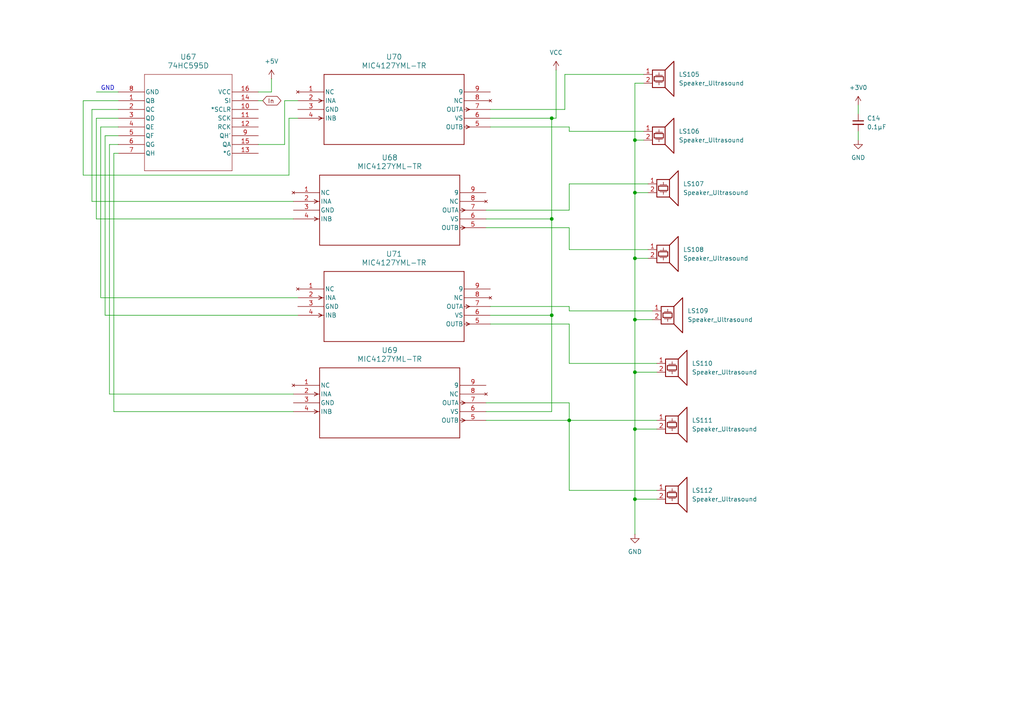
<source format=kicad_sch>
(kicad_sch (version 20250114) (generator "eeschema") (generator_version "9.0")
  (paper "A4")
  (lib_symbols
    (symbol "2025-12-28_09-02-17:MIC4127YML-TR" (pin_names (offset 0.254))
      (property "Reference" "U" (at 27.94 10.16 0))
      (property "Value" "MIC4127YML-TR" (at 27.94 7.62 0))
      (symbol "MIC4127YML-TR_0_1"
        (polyline (pts (xy 7.0993 -2.54) (xy 6.0579 -2.0193)) (stroke (width 0.2032)))
        (polyline (pts (xy 7.0993 -2.54) (xy 6.0579 -3.0607)) (stroke (width 0.2032)))
        (polyline (pts (xy 7.0993 -7.62) (xy 6.0579 -7.0993)) (stroke (width 0.2032)))
        (polyline (pts (xy 7.0993 -7.62) (xy 6.0579 -8.1407)) (stroke (width 0.2032)))
        (polyline (pts (xy 7.62 5.08) (xy 7.62 -15.24)) (stroke (width 0.2032)))
        (polyline (pts (xy 7.62 -15.24) (xy 48.26 -15.24)) (stroke (width 0.2032)))
        (polyline (pts (xy 48.26 5.08) (xy 7.62 5.08)) (stroke (width 0.2032)))
        (polyline (pts (xy 48.26 -15.24) (xy 48.26 5.08)) (stroke (width 0.2032)))
        (polyline (pts (xy 48.7807 -4.5593) (xy 49.8221 -5.08)) (stroke (width 0.2032)))
        (polyline (pts (xy 48.7807 -5.6007) (xy 49.8221 -5.08)) (stroke (width 0.2032)))
        (polyline (pts (xy 48.7807 -9.6393) (xy 49.8221 -10.16)) (stroke (width 0.2032)))
        (polyline (pts (xy 48.7807 -10.6807) (xy 49.8221 -10.16)) (stroke (width 0.2032)))
        (pin no_connect line (at 0 0 0) (length 7.62) (name "NC") (number "1"))
        (pin input line (at 0 -2.54 0) (length 7.62) (name "INA") (number "2"))
        (pin power_in line (at 0 -5.08 0) (length 7.62) (name "GND") (number "3"))
        (pin input line (at 0 -7.62 0) (length 7.62) (name "INB") (number "4"))
        (pin unspecified line (at 55.88 0 180) (length 7.62) (name "9") (number "9"))
        (pin no_connect line (at 55.88 -2.54 180) (length 7.62) (name "NC") (number "8"))
        (pin output line (at 55.88 -5.08 180) (length 7.62) (name "OUTA") (number "7"))
        (pin power_in line (at 55.88 -7.62 180) (length 7.62) (name "VS") (number "6"))
        (pin output line (at 55.88 -10.16 180) (length 7.62) (name "OUTB") (number "5"))
      )
    )
    (symbol "2025-12-28_09-22-42:74HC595D" (pin_names (offset 0.254))
      (property "Reference" "U" (at 20.32 10.16 0))
      (property "Value" "74HC595D" (at 20.32 7.62 0))
      (symbol "74HC595D_0_1"
        (polyline (pts (xy 7.62 5.08) (xy 7.62 -22.86)) (stroke (width 0.127)))
        (polyline (pts (xy 7.62 -22.86) (xy 33.02 -22.86)) (stroke (width 0.127)))
        (polyline (pts (xy 33.02 5.08) (xy 7.62 5.08)) (stroke (width 0.127)))
        (polyline (pts (xy 33.02 -22.86) (xy 33.02 5.08)) (stroke (width 0.127)))
        (pin power_out line (at 0 0 0) (length 7.62) (name "GND") (number "8"))
        (pin output line (at 0 -2.54 0) (length 7.62) (name "QB") (number "1"))
        (pin output line (at 0 -5.08 0) (length 7.62) (name "QC") (number "2"))
        (pin output line (at 0 -7.62 0) (length 7.62) (name "QD") (number "3"))
        (pin output line (at 0 -10.16 0) (length 7.62) (name "QE") (number "4"))
        (pin output line (at 0 -12.7 0) (length 7.62) (name "QF") (number "5"))
        (pin output line (at 0 -15.24 0) (length 7.62) (name "QG") (number "6"))
        (pin output line (at 0 -17.78 0) (length 7.62) (name "QH") (number "7"))
        (pin power_in line (at 40.64 0 180) (length 7.62) (name "VCC") (number "16"))
        (pin input line (at 40.64 -2.54 180) (length 7.62) (name "SI") (number "14"))
        (pin input line (at 40.64 -5.08 180) (length 7.62) (name "*SCLR") (number "10"))
        (pin input line (at 40.64 -7.62 180) (length 7.62) (name "SCK") (number "11"))
        (pin input line (at 40.64 -10.16 180) (length 7.62) (name "RCK") (number "12"))
        (pin output line (at 40.64 -12.7 180) (length 7.62) (name "QH'") (number "9"))
        (pin output line (at 40.64 -15.24 180) (length 7.62) (name "QA") (number "15"))
        (pin input line (at 40.64 -17.78 180) (length 7.62) (name "*G") (number "13"))
      )
    )
    (symbol "Device:C_Small" (pin_numbers (hide yes)) (pin_names (offset 0.254) (hide yes))
      (property "Reference" "C" (at 0.254 1.778 0))
      (property "Value" "C_Small" (at 0.254 -2.032 0))
      (symbol "C_Small_0_1"
        (polyline (pts (xy -1.524 0.508) (xy 1.524 0.508)) (stroke (width 0.3048)))
        (polyline (pts (xy -1.524 -0.508) (xy 1.524 -0.508)) (stroke (width 0.3302)))
      )
      (symbol "C_Small_1_1"
        (pin passive line (at 0 2.54 270) (length 2.032) (name "~") (number "1"))
        (pin passive line (at 0 -2.54 90) (length 2.032) (name "~") (number "2"))
      )
    )
    (symbol "Device:Speaker_Ultrasound" (pin_names (offset 0) (hide yes))
      (property "Reference" "LS" (at 0.635 5.715 0))
      (property "Value" "Speaker_Ultrasound" (at 0.635 3.81 0))
      (symbol "Speaker_Ultrasound_0_0"
        (rectangle (start -2.54 1.27) (end 1.143 -3.81) (stroke (width 0.254)))
        (rectangle (start -2.032 -0.635) (end 0.635 -1.905) (stroke (width 0.254)))
        (polyline (pts (xy -1.651 -0.254) (xy 0.381 -0.254)))
        (polyline (pts (xy -1.651 -2.286) (xy 0.381 -2.286)))
        (polyline (pts (xy -0.635 -0.254) (xy -0.635 0.508)))
        (polyline (pts (xy -0.635 -2.286) (xy -0.635 -3.048)))
        (polyline (pts (xy 1.143 1.27) (xy 3.683 3.81) (xy 3.683 -6.35) (xy 1.143 -3.81)) (stroke (width 0.254)))
      )
      (symbol "Speaker_Ultrasound_1_1"
        (pin input line (at -5.08 0 0) (length 2.54) (name "1") (number "1"))
        (pin input line (at -5.08 -2.54 0) (length 2.54) (name "2") (number "2"))
      )
    )
    (symbol "power:+3V0" (power) (pin_numbers (hide yes)) (pin_names (offset 0) (hide yes))
      (property "Value" "+3V0" (at 0 3.556 0))
      (symbol "+3V0_0_1"
        (polyline (pts (xy -0.762 1.27) (xy 0 2.54)))
        (polyline (pts (xy 0 2.54) (xy 0.762 1.27)))
        (polyline (pts (xy 0 0) (xy 0 2.54)))
      )
      (symbol "+3V0_1_1"
        (pin power_in line (at 0 0 90) (length 0) (name "~") (number "1"))
      )
    )
    (symbol "power:+5V" (power) (pin_numbers (hide yes)) (pin_names (offset 0) (hide yes))
      (property "Value" "+5V" (at 0 3.556 0))
      (symbol "+5V_0_1"
        (polyline (pts (xy -0.762 1.27) (xy 0 2.54)))
        (polyline (pts (xy 0 2.54) (xy 0.762 1.27)))
        (polyline (pts (xy 0 0) (xy 0 2.54)))
      )
      (symbol "+5V_1_1"
        (pin power_in line (at 0 0 90) (length 0) (name "~") (number "1"))
      )
    )
    (symbol "power:GND" (power) (pin_numbers (hide yes)) (pin_names (offset 0) (hide yes))
      (property "Value" "GND" (at 0 -3.81 0))
      (symbol "GND_0_1"
        (polyline (pts (xy 0 0) (xy 0 -1.27) (xy 1.27 -1.27) (xy 0 -2.54) (xy -1.27 -1.27) (xy 0 -1.27)))
      )
      (symbol "GND_1_1"
        (pin power_in line (at 0 0 270) (length 0) (name "~") (number "1"))
      )
    )
    (symbol "power:VCC" (power) (pin_numbers (hide yes)) (pin_names (offset 0) (hide yes))
      (property "Value" "VCC" (at 0 3.556 0))
      (symbol "VCC_0_1"
        (polyline (pts (xy -0.762 1.27) (xy 0 2.54)))
        (polyline (pts (xy 0 2.54) (xy 0.762 1.27)))
        (polyline (pts (xy 0 0) (xy 0 2.54)))
      )
      (symbol "VCC_1_1"
        (pin power_in line (at 0 0 90) (length 0) (name "~") (number "1"))
      )
    )
  )
  (text "GND" (at 31.242 25.654 0) (effects (font (size 1.27 1.27))))
  (junction (at 184.15 92.71))
  (junction (at 184.15 55.88))
  (junction (at 160.02 91.44))
  (junction (at 184.15 107.95))
  (junction (at 184.15 74.93))
  (junction (at 184.15 124.46))
  (junction (at 184.15 144.78))
  (junction (at 184.15 40.64))
  (junction (at 165.1 121.92))
  (junction (at 160.02 34.29))
  (junction (at 160.02 63.5))
  (wire (pts (xy 140.97 66.04) (xy 165.1 66.04)))
  (wire (pts (xy 184.15 144.78) (xy 184.15 154.94)))
  (wire (pts (xy 165.1 142.24) (xy 190.5 142.24)))
  (wire (pts (xy 74.93 26.67) (xy 78.74 26.67)))
  (wire (pts (xy 248.92 30.48) (xy 248.92 33.02)))
  (wire (pts (xy 165.1 105.41) (xy 190.5 105.41)))
  (wire (pts (xy 190.5 144.78) (xy 184.15 144.78)))
  (wire (pts (xy 82.55 41.91) (xy 82.55 29.21)))
  (wire (pts (xy 30.48 39.37) (xy 30.48 91.44)))
  (wire (pts (xy 34.29 34.29) (xy 27.94 34.29)))
  (wire (pts (xy 34.29 36.83) (xy 29.21 36.83)))
  (wire (pts (xy 184.15 40.64) (xy 184.15 55.88)))
  (wire (pts (xy 140.97 121.92) (xy 165.1 121.92)))
  (wire (pts (xy 29.21 36.83) (xy 29.21 86.36)))
  (wire (pts (xy 161.29 20.32) (xy 161.29 34.29)))
  (wire (pts (xy 165.1 121.92) (xy 190.5 121.92)))
  (wire (pts (xy 34.29 44.45) (xy 33.02 44.45)))
  (wire (pts (xy 160.02 91.44) (xy 160.02 119.38)))
  (wire (pts (xy 30.48 91.44) (xy 86.36 91.44)))
  (wire (pts (xy 33.02 119.38) (xy 85.09 119.38)))
  (wire (pts (xy 163.83 21.59) (xy 186.69 21.59)))
  (wire (pts (xy 34.29 39.37) (xy 30.48 39.37)))
  (wire (pts (xy 165.1 53.34) (xy 187.96 53.34)))
  (wire (pts (xy 186.69 24.13) (xy 184.15 24.13)))
  (wire (pts (xy 24.13 29.21) (xy 24.13 50.8)))
  (wire (pts (xy 165.1 60.96) (xy 165.1 53.34)))
  (wire (pts (xy 184.15 40.64) (xy 186.69 40.64)))
  (wire (pts (xy 165.1 72.39) (xy 187.96 72.39)))
  (wire (pts (xy 142.24 34.29) (xy 160.02 34.29)))
  (wire (pts (xy 34.29 29.21) (xy 24.13 29.21)))
  (wire (pts (xy 160.02 34.29) (xy 161.29 34.29)))
  (wire (pts (xy 142.24 88.9) (xy 165.1 88.9)))
  (wire (pts (xy 29.21 86.36) (xy 86.36 86.36)))
  (wire (pts (xy 142.24 36.83) (xy 165.1 36.83)))
  (wire (pts (xy 184.15 92.71) (xy 189.23 92.71)))
  (wire (pts (xy 24.13 50.8) (xy 83.82 50.8)))
  (wire (pts (xy 184.15 24.13) (xy 184.15 40.64)))
  (wire (pts (xy 248.92 38.1) (xy 248.92 40.64)))
  (wire (pts (xy 160.02 34.29) (xy 160.02 63.5)))
  (wire (pts (xy 83.82 50.8) (xy 83.82 34.29)))
  (wire (pts (xy 163.83 31.75) (xy 163.83 21.59)))
  (wire (pts (xy 140.97 60.96) (xy 165.1 60.96)))
  (wire (pts (xy 82.55 29.21) (xy 86.36 29.21)))
  (wire (pts (xy 140.97 63.5) (xy 160.02 63.5)))
  (wire (pts (xy 184.15 74.93) (xy 187.96 74.93)))
  (wire (pts (xy 184.15 92.71) (xy 184.15 107.95)))
  (wire (pts (xy 165.1 88.9) (xy 165.1 90.17)))
  (wire (pts (xy 165.1 93.98) (xy 165.1 105.41)))
  (wire (pts (xy 27.94 63.5) (xy 85.09 63.5)))
  (wire (pts (xy 26.67 58.42) (xy 85.09 58.42)))
  (wire (pts (xy 78.74 22.86) (xy 78.74 26.67)))
  (wire (pts (xy 74.93 41.91) (xy 82.55 41.91)))
  (wire (pts (xy 160.02 63.5) (xy 160.02 91.44)))
  (wire (pts (xy 142.24 31.75) (xy 163.83 31.75)))
  (wire (pts (xy 165.1 66.04) (xy 165.1 72.39)))
  (wire (pts (xy 140.97 119.38) (xy 160.02 119.38)))
  (wire (pts (xy 184.15 124.46) (xy 190.5 124.46)))
  (wire (pts (xy 165.1 90.17) (xy 189.23 90.17)))
  (wire (pts (xy 26.67 31.75) (xy 26.67 58.42)))
  (wire (pts (xy 142.24 91.44) (xy 160.02 91.44)))
  (wire (pts (xy 184.15 107.95) (xy 184.15 124.46)))
  (wire (pts (xy 31.75 41.91) (xy 31.75 114.3)))
  (wire (pts (xy 184.15 74.93) (xy 184.15 92.71)))
  (wire (pts (xy 165.1 116.84) (xy 165.1 121.92)))
  (wire (pts (xy 184.15 107.95) (xy 190.5 107.95)))
  (wire (pts (xy 83.82 34.29) (xy 86.36 34.29)))
  (wire (pts (xy 33.02 44.45) (xy 33.02 119.38)))
  (wire (pts (xy 184.15 55.88) (xy 184.15 74.93)))
  (wire (pts (xy 140.97 116.84) (xy 165.1 116.84)))
  (wire (pts (xy 184.15 55.88) (xy 187.96 55.88)))
  (wire (pts (xy 165.1 38.1) (xy 186.69 38.1)))
  (wire (pts (xy 34.29 41.91) (xy 31.75 41.91)))
  (wire (pts (xy 27.94 26.67) (xy 34.29 26.67)))
  (wire (pts (xy 165.1 121.92) (xy 165.1 142.24)))
  (wire (pts (xy 31.75 114.3) (xy 85.09 114.3)))
  (wire (pts (xy 27.94 34.29) (xy 27.94 63.5)))
  (wire (pts (xy 34.29 31.75) (xy 26.67 31.75)))
  (wire (pts (xy 165.1 36.83) (xy 165.1 38.1)))
  (wire (pts (xy 142.24 93.98) (xy 165.1 93.98)))
  (wire (pts (xy 74.93 29.21) (xy 76.2 29.21)))
  (wire (pts (xy 184.15 124.46) (xy 184.15 144.78)))
  (global_label "In" (shape bidirectional) (at 76.2 29.21 0) (property "Intersheetrefs" "${INTERSHEET_REFS}" (effects (hide yes))))
  (symbol (lib_id "power:+3V0") (at 248.92 30.48 0) (unit 1)
    (property "Reference" "#PWR069" (effects (hide yes)))
    (property "Value" "+3V0" (at 248.92 25.4 0))
    (property "Description" "Power symbol creates a global label with name \"+3V0\"" (effects (hide yes)))
  )
  (symbol (lib_id "2025-12-28_09-02-17:MIC4127YML-TR") (at 86.36 26.67 0) (unit 1)
    (property "Reference" "U70" (at 114.3 16.51 0) (effects (font (size 1.524 1.524))))
    (property "Value" "MIC4127YML-TR" (at 114.3 19.05 0) (effects (font (size 1.524 1.524))))
    (property "Footprint" "MLF-8_ML_MCH" (effects (hide yes)))
    (property "Datasheet" "MIC4127YML-TR" (effects (hide yes)))
  )
  (symbol (lib_id "2025-12-28_09-02-17:MIC4127YML-TR") (at 86.36 83.82 0) (unit 1)
    (property "Reference" "U71" (at 114.3 73.66 0) (effects (font (size 1.524 1.524))))
    (property "Value" "MIC4127YML-TR" (at 114.3 76.2 0) (effects (font (size 1.524 1.524))))
    (property "Footprint" "MLF-8_ML_MCH" (effects (hide yes)))
    (property "Datasheet" "MIC4127YML-TR" (effects (hide yes)))
  )
  (symbol (lib_id "power:+5V") (at 78.74 22.86 0) (unit 1)
    (property "Reference" "#PWR066" (effects (hide yes)))
    (property "Value" "+5V" (at 78.74 17.78 0))
    (property "Description" "Power symbol creates a global label with name \"+5V\"" (effects (hide yes)))
  )
  (symbol (lib_id "Device:Speaker_Ultrasound") (at 193.04 72.39 0) (unit 1)
    (property "Reference" "LS108" (at 198.12 72.3899 0) (effects (justify left)))
    (property "Value" "Speaker_Ultrasound" (at 198.12 74.9299 0) (effects (justify left)))
    (property "Description" "Ultrasonic transducer" (effects (hide yes)))
  )
  (symbol (lib_id "2025-12-28_09-02-17:MIC4127YML-TR") (at 85.09 55.88 0) (unit 1)
    (property "Reference" "U68" (at 113.03 45.72 0) (effects (font (size 1.524 1.524))))
    (property "Value" "MIC4127YML-TR" (at 113.03 48.26 0) (effects (font (size 1.524 1.524))))
    (property "Footprint" "MLF-8_ML_MCH" (effects (hide yes)))
    (property "Datasheet" "MIC4127YML-TR" (effects (hide yes)))
  )
  (symbol (lib_id "Device:Speaker_Ultrasound") (at 195.58 105.41 0) (unit 1)
    (property "Reference" "LS110" (at 200.66 105.4099 0) (effects (justify left)))
    (property "Value" "Speaker_Ultrasound" (at 200.66 107.9499 0) (effects (justify left)))
    (property "Description" "Ultrasonic transducer" (effects (hide yes)))
  )
  (symbol (lib_id "Device:Speaker_Ultrasound") (at 193.04 53.34 0) (unit 1)
    (property "Reference" "LS107" (at 198.12 53.3399 0) (effects (justify left)))
    (property "Value" "Speaker_Ultrasound" (at 198.12 55.8799 0) (effects (justify left)))
    (property "Description" "Ultrasonic transducer" (effects (hide yes)))
  )
  (symbol (lib_id "2025-12-28_09-02-17:MIC4127YML-TR") (at 85.09 111.76 0) (unit 1)
    (property "Reference" "U69" (at 113.03 101.6 0) (effects (font (size 1.524 1.524))))
    (property "Value" "MIC4127YML-TR" (at 113.03 104.14 0) (effects (font (size 1.524 1.524))))
    (property "Footprint" "MLF-8_ML_MCH" (effects (hide yes)))
    (property "Datasheet" "MIC4127YML-TR" (effects (hide yes)))
  )
  (symbol (lib_id "power:GND") (at 184.15 154.94 0) (unit 1)
    (property "Reference" "#PWR068" (effects (hide yes)))
    (property "Value" "GND" (at 184.15 160.02 0))
    (property "Description" "Power symbol creates a global label with name \"GND\" , ground" (effects (hide yes)))
  )
  (symbol (lib_id "Device:Speaker_Ultrasound") (at 194.31 90.17 0) (unit 1)
    (property "Reference" "LS109" (at 199.39 90.1699 0) (effects (justify left)))
    (property "Value" "Speaker_Ultrasound" (at 199.39 92.7099 0) (effects (justify left)))
    (property "Description" "Ultrasonic transducer" (effects (hide yes)))
  )
  (symbol (lib_id "Device:Speaker_Ultrasound") (at 195.58 121.92 0) (unit 1)
    (property "Reference" "LS111" (at 200.66 121.9199 0) (effects (justify left)))
    (property "Value" "Speaker_Ultrasound" (at 200.66 124.4599 0) (effects (justify left)))
    (property "Description" "Ultrasonic transducer" (effects (hide yes)))
  )
  (symbol (lib_id "power:GND") (at 248.92 40.64 0) (unit 1)
    (property "Reference" "#PWR070" (effects (hide yes)))
    (property "Value" "GND" (at 248.92 45.72 0))
    (property "Description" "Power symbol creates a global label with name \"GND\" , ground" (effects (hide yes)))
  )
  (symbol (lib_id "Device:C_Small") (at 248.92 35.56 0) (unit 1)
    (property "Reference" "C14" (at 251.46 34.2962 0) (effects (justify left)))
    (property "Value" "0.1μF" (at 251.46 36.8362 0) (effects (justify left)))
    (property "Description" "Unpolarized capacitor, small symbol" (effects (hide yes)))
  )
  (symbol (lib_id "2025-12-28_09-22-42:74HC595D") (at 34.29 26.67 0) (unit 1)
    (property "Reference" "U67" (at 54.61 16.51 0) (effects (font (size 1.524 1.524))))
    (property "Value" "74HC595D" (at 54.61 19.05 0) (effects (font (size 1.524 1.524))))
    (property "Footprint" "SOIC16_TOS" (effects (hide yes)))
    (property "Datasheet" "https://toshiba.semicon-storage.com/info/docget.jsp?did=36768&prodName=74HC595D" (effects (hide yes)))
  )
  (symbol (lib_id "Device:Speaker_Ultrasound") (at 191.77 21.59 0) (unit 1)
    (property "Reference" "LS105" (at 196.85 21.5899 0) (effects (justify left)))
    (property "Value" "Speaker_Ultrasound" (at 196.85 24.1299 0) (effects (justify left)))
    (property "Description" "Ultrasonic transducer" (effects (hide yes)))
  )
  (symbol (lib_id "Device:Speaker_Ultrasound") (at 195.58 142.24 0) (unit 1)
    (property "Reference" "LS112" (at 200.66 142.2399 0) (effects (justify left)))
    (property "Value" "Speaker_Ultrasound" (at 200.66 144.7799 0) (effects (justify left)))
    (property "Description" "Ultrasonic transducer" (effects (hide yes)))
  )
  (symbol (lib_id "power:VCC") (at 161.29 20.32 0) (unit 1)
    (property "Reference" "#PWR067" (effects (hide yes)))
    (property "Value" "VCC" (at 161.29 15.24 0))
    (property "Description" "Power symbol creates a global label with name \"VCC\"" (effects (hide yes)))
  )
  (symbol (lib_id "Device:Speaker_Ultrasound") (at 191.77 38.1 0) (unit 1)
    (property "Reference" "LS106" (at 196.85 38.0999 0) (effects (justify left)))
    (property "Value" "Speaker_Ultrasound" (at 196.85 40.6399 0) (effects (justify left)))
    (property "Description" "Ultrasonic transducer" (effects (hide yes)))
  )
)
</source>
